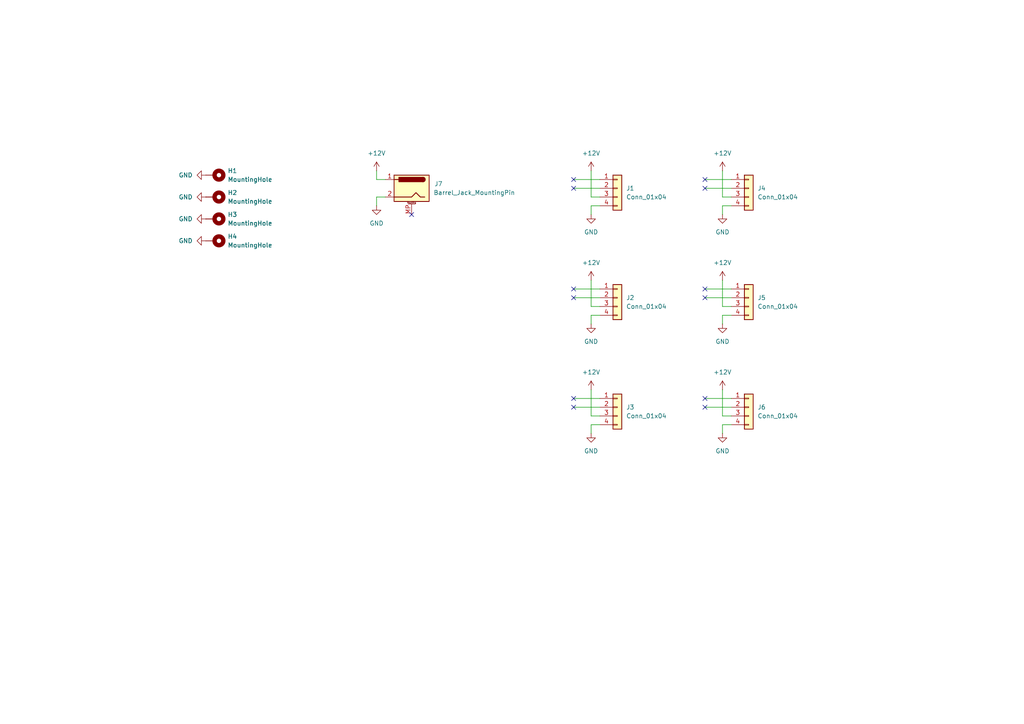
<source format=kicad_sch>
(kicad_sch (version 20231120) (generator "eeschema") (generator_version "8.0")
  (paper "A4")
  (lib_symbols
    (symbol "Connector:Barrel_Jack_MountingPin" (pin_names hide)
      (property "Reference" "J" (at 0 5.334 0))
      (property "Value" "Barrel_Jack_MountingPin" (at 1.27 -6.35 0))
      (symbol "Barrel_Jack_MountingPin_0_1"
        (rectangle (start -5.08 3.81) (end 5.08 -3.81) (stroke (width 0.254)) (fill (type background)))
        (arc (start -3.302 3.175) (mid -3.9343 2.54) (end -3.302 1.905) (stroke (width 0.254)))
        (arc (start -3.302 3.175) (mid -3.9343 2.54) (end -3.302 1.905) (stroke (width 0.254)) (fill (type outline)))
        (polyline (pts (xy 5.08 2.54) (xy 3.81 2.54)) (stroke (width 0.254)))
        (polyline (pts (xy -3.81 -2.54) (xy -2.54 -2.54) (xy -1.27 -1.27) (xy 0 -2.54) (xy 2.54 -2.54) (xy 5.08 -2.54)) (stroke (width 0.254)))
        (rectangle (start 3.683 3.175) (end -3.302 1.905) (stroke (width 0.254)) (fill (type outline)))
      )
      (symbol "Barrel_Jack_MountingPin_1_1"
        (polyline (pts (xy -1.016 -4.572) (xy 1.016 -4.572)) (stroke (width 0.1524)))
        (text "Mounting" (at 0 -4.191 0) (effects (font (size 0.381 0.381))))
        (pin passive line (at 7.62 2.54 180) (length 2.54) (name "~") (number "1"))
        (pin passive line (at 7.62 -2.54 180) (length 2.54) (name "~") (number "2"))
        (pin passive line (at 0 -7.62 90) (length 3.048) (name "MountPin") (number "MP"))
      )
    )
    (symbol "Connector_Generic:Conn_01x04" (pin_names (offset 1.016) hide)
      (property "Reference" "J" (at 0 5.08 0))
      (property "Value" "Conn_01x04" (at 0 -7.62 0))
      (symbol "Conn_01x04_1_1"
        (rectangle (start -1.27 -4.953) (end 0 -5.207) (stroke (width 0.1524)))
        (rectangle (start -1.27 -2.413) (end 0 -2.667) (stroke (width 0.1524)))
        (rectangle (start -1.27 0.127) (end 0 -0.127) (stroke (width 0.1524)))
        (rectangle (start -1.27 2.667) (end 0 2.413) (stroke (width 0.1524)))
        (rectangle (start -1.27 3.81) (end 1.27 -6.35) (stroke (width 0.254)) (fill (type background)))
        (pin passive line (at -5.08 2.54 0) (length 3.81) (name "Pin_1") (number "1"))
        (pin passive line (at -5.08 0 0) (length 3.81) (name "Pin_2") (number "2"))
        (pin passive line (at -5.08 -2.54 0) (length 3.81) (name "Pin_3") (number "3"))
        (pin passive line (at -5.08 -5.08 0) (length 3.81) (name "Pin_4") (number "4"))
      )
    )
    (symbol "Mechanical:MountingHole_Pad" (pin_numbers hide) (pin_names (offset 1.016) hide) (exclude_from_sim yes) (in_bom no)
      (property "Reference" "H" (at 0 6.35 0))
      (property "Value" "MountingHole_Pad" (at 0 4.445 0))
      (symbol "MountingHole_Pad_0_1"
        (circle (center 0 1.27) (radius 1.27) (stroke (width 1.27)))
      )
      (symbol "MountingHole_Pad_1_1"
        (pin input line (at 0 -2.54 90) (length 2.54) (name "1") (number "1"))
      )
    )
    (symbol "power:+12V" (power) (pin_numbers hide) (pin_names (offset 0) hide)
      (property "Value" "+12V" (at 0 3.556 0))
      (symbol "+12V_0_1"
        (polyline (pts (xy -0.762 1.27) (xy 0 2.54)))
        (polyline (pts (xy 0 0) (xy 0 2.54)))
        (polyline (pts (xy 0 2.54) (xy 0.762 1.27)))
      )
      (symbol "+12V_1_1"
        (pin power_in line (at 0 0 90) (length 0) (name "~") (number "1"))
      )
    )
    (symbol "power:GND" (power) (pin_numbers hide) (pin_names (offset 0) hide)
      (property "Value" "GND" (at 0 -3.81 0))
      (symbol "GND_0_1"
        (polyline (pts (xy 0 0) (xy 0 -1.27) (xy 1.27 -1.27) (xy 0 -2.54) (xy -1.27 -1.27) (xy 0 -1.27)))
      )
      (symbol "GND_1_1"
        (pin power_in line (at 0 0 270) (length 0) (name "~") (number "1"))
      )
    )
  )
  (no_connect (at 166.37 52.07))
  (no_connect (at 166.37 118.11))
  (no_connect (at 166.37 86.36))
  (no_connect (at 204.47 115.57))
  (no_connect (at 204.47 118.11))
  (no_connect (at 166.37 115.57))
  (no_connect (at 119.38 62.23))
  (no_connect (at 204.47 86.36))
  (no_connect (at 166.37 83.82))
  (no_connect (at 204.47 83.82))
  (no_connect (at 166.37 54.61))
  (no_connect (at 204.47 52.07))
  (no_connect (at 204.47 54.61))
  (wire (pts (xy 171.45 81.28) (xy 171.45 88.9)))
  (wire (pts (xy 166.37 83.82) (xy 173.99 83.82)))
  (wire (pts (xy 166.37 86.36) (xy 173.99 86.36)))
  (wire (pts (xy 209.55 91.44) (xy 209.55 93.98)))
  (wire (pts (xy 109.22 57.15) (xy 111.76 57.15)))
  (wire (pts (xy 204.47 83.82) (xy 212.09 83.82)))
  (wire (pts (xy 171.45 59.69) (xy 171.45 62.23)))
  (wire (pts (xy 209.55 59.69) (xy 209.55 62.23)))
  (wire (pts (xy 204.47 54.61) (xy 212.09 54.61)))
  (wire (pts (xy 209.55 113.03) (xy 209.55 120.65)))
  (wire (pts (xy 212.09 91.44) (xy 209.55 91.44)))
  (wire (pts (xy 111.76 52.07) (xy 109.22 52.07)))
  (wire (pts (xy 173.99 59.69) (xy 171.45 59.69)))
  (wire (pts (xy 173.99 88.9) (xy 171.45 88.9)))
  (wire (pts (xy 109.22 49.53) (xy 109.22 52.07)))
  (wire (pts (xy 166.37 115.57) (xy 173.99 115.57)))
  (wire (pts (xy 212.09 59.69) (xy 209.55 59.69)))
  (wire (pts (xy 171.45 113.03) (xy 171.45 120.65)))
  (wire (pts (xy 209.55 81.28) (xy 209.55 88.9)))
  (wire (pts (xy 173.99 123.19) (xy 171.45 123.19)))
  (wire (pts (xy 204.47 115.57) (xy 212.09 115.57)))
  (wire (pts (xy 171.45 49.53) (xy 171.45 57.15)))
  (wire (pts (xy 166.37 52.07) (xy 173.99 52.07)))
  (wire (pts (xy 171.45 91.44) (xy 171.45 93.98)))
  (wire (pts (xy 173.99 120.65) (xy 171.45 120.65)))
  (wire (pts (xy 204.47 118.11) (xy 212.09 118.11)))
  (wire (pts (xy 166.37 118.11) (xy 173.99 118.11)))
  (wire (pts (xy 204.47 52.07) (xy 212.09 52.07)))
  (wire (pts (xy 209.55 49.53) (xy 209.55 57.15)))
  (wire (pts (xy 204.47 86.36) (xy 212.09 86.36)))
  (wire (pts (xy 109.22 57.15) (xy 109.22 59.69)))
  (wire (pts (xy 171.45 123.19) (xy 171.45 125.73)))
  (wire (pts (xy 212.09 123.19) (xy 209.55 123.19)))
  (wire (pts (xy 173.99 57.15) (xy 171.45 57.15)))
  (wire (pts (xy 212.09 88.9) (xy 209.55 88.9)))
  (wire (pts (xy 212.09 120.65) (xy 209.55 120.65)))
  (wire (pts (xy 166.37 54.61) (xy 173.99 54.61)))
  (wire (pts (xy 212.09 57.15) (xy 209.55 57.15)))
  (wire (pts (xy 209.55 123.19) (xy 209.55 125.73)))
  (wire (pts (xy 173.99 91.44) (xy 171.45 91.44)))
  (symbol (lib_id "Connector_Generic:Conn_01x04") (at 217.17 54.61 0) (unit 1)
    (property "Reference" "J4" (at 219.71 54.6099 0) (effects (justify left)))
    (property "Value" "Conn_01x04" (at 219.71 57.1499 0) (effects (justify left)))
    (property "Footprint" "Connector_PinHeader_2.54mm:PinHeader_1x04_P2.54mm_Horizontal" (effects (hide yes)))
    (property "Description" "Generic connector, single row, 01x04, script generated (kicad-library-utils/schlib/autogen/connector/)" (effects (hide yes)))
  )
  (symbol (lib_id "power:GND") (at 209.55 93.98 0) (unit 1)
    (property "Reference" "#PWR012" (effects (hide yes)))
    (property "Value" "GND" (at 209.55 99.06 0))
    (property "Description" "Power symbol creates a global label with name \"GND\" , ground" (effects (hide yes)))
  )
  (symbol (lib_id "Connector_Generic:Conn_01x04") (at 217.17 118.11 0) (unit 1)
    (property "Reference" "J6" (at 219.71 118.1099 0) (effects (justify left)))
    (property "Value" "Conn_01x04" (at 219.71 120.6499 0) (effects (justify left)))
    (property "Footprint" "Connector_PinHeader_2.54mm:PinHeader_1x04_P2.54mm_Horizontal" (effects (hide yes)))
    (property "Description" "Generic connector, single row, 01x04, script generated (kicad-library-utils/schlib/autogen/connector/)" (effects (hide yes)))
  )
  (symbol (lib_id "power:GND") (at 171.45 125.73 0) (unit 1)
    (property "Reference" "#PWR08" (effects (hide yes)))
    (property "Value" "GND" (at 171.45 130.81 0))
    (property "Description" "Power symbol creates a global label with name \"GND\" , ground" (effects (hide yes)))
  )
  (symbol (lib_id "power:+12V") (at 209.55 81.28 0) (unit 1)
    (property "Reference" "#PWR011" (effects (hide yes)))
    (property "Value" "+12V" (at 209.55 76.2 0))
    (property "Description" "Power symbol creates a global label with name \"+12V\"" (effects (hide yes)))
  )
  (symbol (lib_id "Mechanical:MountingHole_Pad") (at 62.23 50.8 270) (unit 1) (exclude_from_sim yes) (in_bom no)
    (property "Reference" "H1" (at 66.04 49.5299 90) (effects (justify left)))
    (property "Value" "MountingHole" (at 66.04 52.0699 90) (effects (justify left)))
    (property "Footprint" "MountingHole:MountingHole_3.2mm_M3_Pad" (effects (hide yes)))
    (property "Description" "Mounting Hole with connection" (effects (hide yes)))
  )
  (symbol (lib_id "power:GND") (at 59.69 50.8 270) (unit 1)
    (property "Reference" "#PWR015" (effects (hide yes)))
    (property "Value" "GND" (at 55.88 50.7999 90) (effects (justify right)))
    (property "Description" "Power symbol creates a global label with name \"GND\" , ground" (effects (hide yes)))
  )
  (symbol (lib_id "Connector_Generic:Conn_01x04") (at 179.07 86.36 0) (unit 1)
    (property "Reference" "J2" (at 181.61 86.3599 0) (effects (justify left)))
    (property "Value" "Conn_01x04" (at 181.61 88.8999 0) (effects (justify left)))
    (property "Footprint" "Connector_PinHeader_2.54mm:PinHeader_1x04_P2.54mm_Horizontal" (effects (hide yes)))
    (property "Description" "Generic connector, single row, 01x04, script generated (kicad-library-utils/schlib/autogen/connector/)" (effects (hide yes)))
  )
  (symbol (lib_id "Mechanical:MountingHole_Pad") (at 62.23 63.5 270) (unit 1) (exclude_from_sim yes) (in_bom no)
    (property "Reference" "H3" (at 66.04 62.2299 90) (effects (justify left)))
    (property "Value" "MountingHole" (at 66.04 64.7699 90) (effects (justify left)))
    (property "Footprint" "MountingHole:MountingHole_3.2mm_M3_Pad" (effects (hide yes)))
    (property "Description" "Mounting Hole with connection" (effects (hide yes)))
  )
  (symbol (lib_id "Mechanical:MountingHole_Pad") (at 62.23 69.85 270) (unit 1) (exclude_from_sim yes) (in_bom no)
    (property "Reference" "H4" (at 66.04 68.5799 90) (effects (justify left)))
    (property "Value" "MountingHole" (at 66.04 71.1199 90) (effects (justify left)))
    (property "Footprint" "MountingHole:MountingHole_3.2mm_M3_Pad" (effects (hide yes)))
    (property "Description" "Mounting Hole with connection" (effects (hide yes)))
  )
  (symbol (lib_id "power:+12V") (at 209.55 49.53 0) (unit 1)
    (property "Reference" "#PWR09" (effects (hide yes)))
    (property "Value" "+12V" (at 209.55 44.45 0))
    (property "Description" "Power symbol creates a global label with name \"+12V\"" (effects (hide yes)))
  )
  (symbol (lib_id "power:+12V") (at 171.45 49.53 0) (unit 1)
    (property "Reference" "#PWR03" (effects (hide yes)))
    (property "Value" "+12V" (at 171.45 44.45 0))
    (property "Description" "Power symbol creates a global label with name \"+12V\"" (effects (hide yes)))
  )
  (symbol (lib_id "power:GND") (at 59.69 69.85 270) (unit 1)
    (property "Reference" "#PWR018" (effects (hide yes)))
    (property "Value" "GND" (at 55.88 69.8499 90) (effects (justify right)))
    (property "Description" "Power symbol creates a global label with name \"GND\" , ground" (effects (hide yes)))
  )
  (symbol (lib_id "Mechanical:MountingHole_Pad") (at 62.23 57.15 270) (unit 1) (exclude_from_sim yes) (in_bom no)
    (property "Reference" "H2" (at 66.04 55.8799 90) (effects (justify left)))
    (property "Value" "MountingHole" (at 66.04 58.4199 90) (effects (justify left)))
    (property "Footprint" "MountingHole:MountingHole_3.2mm_M3_Pad" (effects (hide yes)))
    (property "Description" "Mounting Hole with connection" (effects (hide yes)))
  )
  (symbol (lib_id "power:GND") (at 171.45 93.98 0) (unit 1)
    (property "Reference" "#PWR06" (effects (hide yes)))
    (property "Value" "GND" (at 171.45 99.06 0))
    (property "Description" "Power symbol creates a global label with name \"GND\" , ground" (effects (hide yes)))
  )
  (symbol (lib_id "Connector_Generic:Conn_01x04") (at 179.07 118.11 0) (unit 1)
    (property "Reference" "J3" (at 181.61 118.1099 0) (effects (justify left)))
    (property "Value" "Conn_01x04" (at 181.61 120.6499 0) (effects (justify left)))
    (property "Footprint" "Connector_PinHeader_2.54mm:PinHeader_1x04_P2.54mm_Horizontal" (effects (hide yes)))
    (property "Description" "Generic connector, single row, 01x04, script generated (kicad-library-utils/schlib/autogen/connector/)" (effects (hide yes)))
  )
  (symbol (lib_id "power:GND") (at 209.55 62.23 0) (unit 1)
    (property "Reference" "#PWR010" (effects (hide yes)))
    (property "Value" "GND" (at 209.55 67.31 0))
    (property "Description" "Power symbol creates a global label with name \"GND\" , ground" (effects (hide yes)))
  )
  (symbol (lib_id "power:+12V") (at 171.45 113.03 0) (unit 1)
    (property "Reference" "#PWR07" (effects (hide yes)))
    (property "Value" "+12V" (at 171.45 107.95 0))
    (property "Description" "Power symbol creates a global label with name \"+12V\"" (effects (hide yes)))
  )
  (symbol (lib_id "power:+12V") (at 171.45 81.28 0) (unit 1)
    (property "Reference" "#PWR05" (effects (hide yes)))
    (property "Value" "+12V" (at 171.45 76.2 0))
    (property "Description" "Power symbol creates a global label with name \"+12V\"" (effects (hide yes)))
  )
  (symbol (lib_id "power:GND") (at 171.45 62.23 0) (unit 1)
    (property "Reference" "#PWR04" (effects (hide yes)))
    (property "Value" "GND" (at 171.45 67.31 0))
    (property "Description" "Power symbol creates a global label with name \"GND\" , ground" (effects (hide yes)))
  )
  (symbol (lib_id "Connector_Generic:Conn_01x04") (at 217.17 86.36 0) (unit 1)
    (property "Reference" "J5" (at 219.71 86.3599 0) (effects (justify left)))
    (property "Value" "Conn_01x04" (at 219.71 88.8999 0) (effects (justify left)))
    (property "Footprint" "Connector_PinHeader_2.54mm:PinHeader_1x04_P2.54mm_Horizontal" (effects (hide yes)))
    (property "Description" "Generic connector, single row, 01x04, script generated (kicad-library-utils/schlib/autogen/connector/)" (effects (hide yes)))
  )
  (symbol (lib_id "power:GND") (at 59.69 63.5 270) (unit 1)
    (property "Reference" "#PWR017" (effects (hide yes)))
    (property "Value" "GND" (at 55.88 63.4999 90) (effects (justify right)))
    (property "Description" "Power symbol creates a global label with name \"GND\" , ground" (effects (hide yes)))
  )
  (symbol (lib_id "Connector_Generic:Conn_01x04") (at 179.07 54.61 0) (unit 1)
    (property "Reference" "J1" (at 181.61 54.6099 0) (effects (justify left)))
    (property "Value" "Conn_01x04" (at 181.61 57.1499 0) (effects (justify left)))
    (property "Footprint" "Connector_PinHeader_2.54mm:PinHeader_1x04_P2.54mm_Horizontal" (effects (hide yes)))
    (property "Description" "Generic connector, single row, 01x04, script generated (kicad-library-utils/schlib/autogen/connector/)" (effects (hide yes)))
  )
  (symbol (lib_id "power:GND") (at 59.69 57.15 270) (unit 1)
    (property "Reference" "#PWR016" (effects (hide yes)))
    (property "Value" "GND" (at 55.88 57.1499 90) (effects (justify right)))
    (property "Description" "Power symbol creates a global label with name \"GND\" , ground" (effects (hide yes)))
  )
  (symbol (lib_id "power:GND") (at 109.22 59.69 0) (unit 1)
    (property "Reference" "#PWR01" (effects (hide yes)))
    (property "Value" "GND" (at 109.22 64.77 0))
    (property "Description" "Power symbol creates a global label with name \"GND\" , ground" (effects (hide yes)))
  )
  (symbol (lib_id "power:+12V") (at 209.55 113.03 0) (unit 1)
    (property "Reference" "#PWR013" (effects (hide yes)))
    (property "Value" "+12V" (at 209.55 107.95 0))
    (property "Description" "Power symbol creates a global label with name \"+12V\"" (effects (hide yes)))
  )
  (symbol (lib_id "power:+12V") (at 109.22 49.53 0) (unit 1)
    (property "Reference" "#PWR02" (effects (hide yes)))
    (property "Value" "+12V" (at 109.22 44.45 0))
    (property "Description" "Power symbol creates a global label with name \"+12V\"" (effects (hide yes)))
  )
  (symbol (lib_id "power:GND") (at 209.55 125.73 0) (unit 1)
    (property "Reference" "#PWR014" (effects (hide yes)))
    (property "Value" "GND" (at 209.55 130.81 0))
    (property "Description" "Power symbol creates a global label with name \"GND\" , ground" (effects (hide yes)))
  )
  (symbol (lib_id "Connector:Barrel_Jack_MountingPin") (at 119.38 54.61 0) (mirror y) (unit 1)
    (property "Reference" "J7" (at 125.984 53.34 0) (effects (justify right)))
    (property "Value" "Barrel_Jack_MountingPin" (at 125.73 55.88 0) (effects (justify right)))
    (property "Footprint" "Connector_BarrelJack:BarrelJack_CUI_PJ-063AH_Horizontal" (effects (hide yes)))
    (property "Description" "DC Barrel Jack with a mounting pin" (effects (hide yes)))
  )
)
</source>
